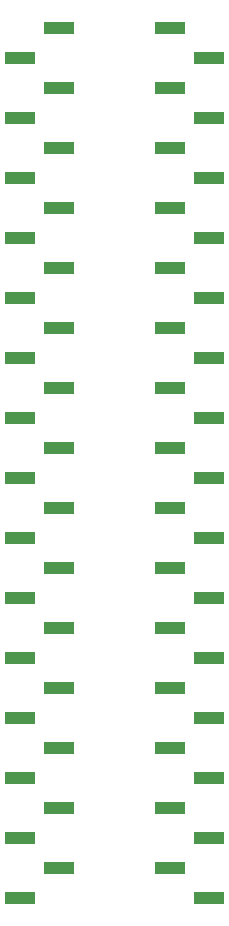
<source format=gbp>
G04 #@! TF.GenerationSoftware,KiCad,Pcbnew,9.0.6*
G04 #@! TF.CreationDate,2026-01-08T14:27:29-06:00*
G04 #@! TF.ProjectId,QFN-56_8x8_P0.5,51464e2d-3536-45f3-9878-385f50302e35,rev?*
G04 #@! TF.SameCoordinates,Original*
G04 #@! TF.FileFunction,Paste,Bot*
G04 #@! TF.FilePolarity,Positive*
%FSLAX46Y46*%
G04 Gerber Fmt 4.6, Leading zero omitted, Abs format (unit mm)*
G04 Created by KiCad (PCBNEW 9.0.6) date 2026-01-08 14:27:29*
%MOMM*%
%LPD*%
G01*
G04 APERTURE LIST*
%ADD10R,2.510000X1.000000*%
G04 APERTURE END LIST*
D10*
X133735000Y-83820000D03*
X130425000Y-86360000D03*
X133735000Y-88900000D03*
X130425000Y-91440000D03*
X133735000Y-93980000D03*
X130425000Y-96520000D03*
X133735000Y-99060000D03*
X130425000Y-101600000D03*
X133735000Y-104140000D03*
X130425000Y-106680000D03*
X133735000Y-109220000D03*
X130425000Y-111760000D03*
X133735000Y-114300000D03*
X130425000Y-116840000D03*
X133735000Y-119380000D03*
X130425000Y-121920000D03*
X133735000Y-124460000D03*
X130425000Y-127000000D03*
X133735000Y-129540000D03*
X130425000Y-132080000D03*
X133735000Y-134620000D03*
X130425000Y-137160000D03*
X133735000Y-139700000D03*
X130425000Y-142240000D03*
X133735000Y-144780000D03*
X130425000Y-147320000D03*
X133735000Y-149860000D03*
X130425000Y-152400000D03*
X133735000Y-154940000D03*
X130425000Y-157480000D03*
X143125000Y-83820000D03*
X146435000Y-86360000D03*
X143125000Y-88900000D03*
X146435000Y-91440000D03*
X143125000Y-93980000D03*
X146435000Y-96520000D03*
X143125000Y-99060000D03*
X146435000Y-101600000D03*
X143125000Y-104140000D03*
X146435000Y-106680000D03*
X143125000Y-109220000D03*
X146435000Y-111760000D03*
X143125000Y-114300000D03*
X146435000Y-116840000D03*
X143125000Y-119380000D03*
X146435000Y-121920000D03*
X143125000Y-124460000D03*
X146435000Y-127000000D03*
X143125000Y-129540000D03*
X146435000Y-132080000D03*
X143125000Y-134620000D03*
X146435000Y-137160000D03*
X143125000Y-139700000D03*
X146435000Y-142240000D03*
X143125000Y-144780000D03*
X146435000Y-147320000D03*
X143125000Y-149860000D03*
X146435000Y-152400000D03*
X143125000Y-154940000D03*
X146435000Y-157480000D03*
M02*

</source>
